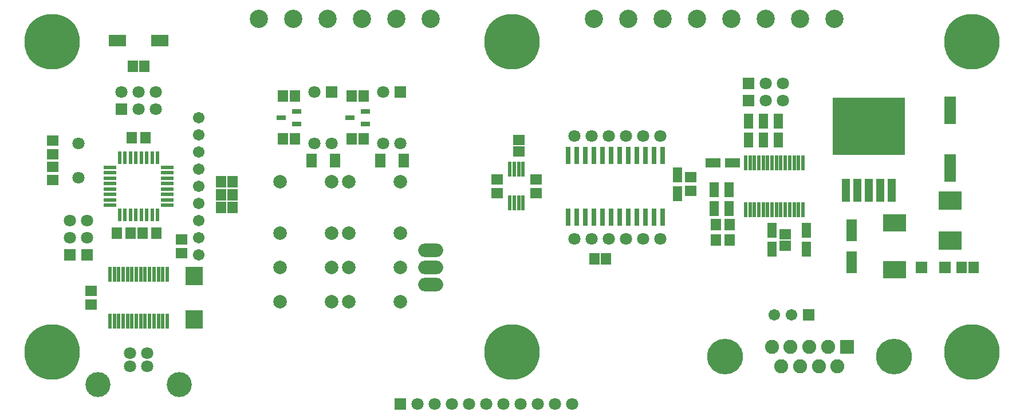
<source format=gts>
G04 Layer_Color=8388736*
%FSLAX44Y44*%
%MOMM*%
G71*
G01*
G75*
%ADD69R,3.5032X2.6032*%
%ADD70R,1.6256X2.0066*%
%ADD71R,3.4531X2.7033*%
%ADD72R,1.4224X2.2098*%
%ADD73R,2.2098X1.4224*%
%ADD74R,2.5146X1.8034*%
%ADD75R,10.6532X8.5032*%
%ADD76R,1.2532X3.4032*%
%ADD77R,1.8032X4.1031*%
%ADD78R,1.5240X1.7272*%
%ADD79R,1.7272X1.7272*%
%ADD80R,1.6033X3.2032*%
%ADD81R,1.7272X1.5240*%
%ADD82R,0.5032X2.2032*%
%ADD83R,1.5240X1.8034*%
%ADD84R,1.8034X1.5240*%
%ADD85R,0.8032X2.5032*%
%ADD86R,0.5532X2.2032*%
%ADD87R,1.3532X0.8032*%
%ADD88R,1.8532X0.6032*%
%ADD89R,0.6032X1.8532*%
%ADD90R,2.6162X2.8194*%
%ADD91R,0.5532X2.3032*%
%ADD92C,1.8032*%
%ADD93R,1.8032X1.8032*%
%ADD94C,1.7032*%
%ADD95R,1.7032X1.7032*%
%ADD96R,1.8032X1.8032*%
%ADD97O,3.7032X2.0032*%
%ADD98C,2.7032*%
%ADD99R,2.0828X2.0828*%
%ADD100C,2.0828*%
%ADD101C,5.2832*%
%ADD102C,2.0032*%
%ADD103C,3.7032*%
%ADD104C,1.7272*%
%ADD105C,8.2032*%
D69*
X1295400Y231950D02*
D03*
Y301450D02*
D03*
D70*
X467850Y393700D02*
D03*
X433832D02*
D03*
X535432D02*
D03*
X569450D02*
D03*
D71*
X1377950Y334800D02*
D03*
Y274800D02*
D03*
D72*
X1028700Y322550D02*
D03*
Y350774D02*
D03*
X1050925Y322550D02*
D03*
Y350774D02*
D03*
X1165225Y262001D02*
D03*
Y290225D02*
D03*
X1114425Y262225D02*
D03*
Y290449D02*
D03*
X1101725Y452374D02*
D03*
Y424150D02*
D03*
X1123950Y452150D02*
D03*
Y423926D02*
D03*
X1079500Y452374D02*
D03*
Y424150D02*
D03*
X974725Y372775D02*
D03*
Y344551D02*
D03*
D73*
X1055624Y390525D02*
D03*
X1027400D02*
D03*
D74*
X209550Y571500D02*
D03*
X146300D02*
D03*
D75*
X1257300Y444500D02*
D03*
D76*
X1291300Y350000D02*
D03*
X1274300D02*
D03*
X1257300D02*
D03*
X1240300D02*
D03*
X1223300D02*
D03*
D77*
X1377950Y467949D02*
D03*
Y382951D02*
D03*
D78*
X1411986Y234950D02*
D03*
X1394850D02*
D03*
X851789Y247650D02*
D03*
X868925D02*
D03*
X510286Y488950D02*
D03*
X493150D02*
D03*
X493014Y425450D02*
D03*
X510150D02*
D03*
X408686Y488950D02*
D03*
X391550D02*
D03*
X391414Y425450D02*
D03*
X408550D02*
D03*
X316611Y323850D02*
D03*
X299475D02*
D03*
X316611Y342900D02*
D03*
X299475D02*
D03*
X316611Y361950D02*
D03*
X299475D02*
D03*
X186436Y533400D02*
D03*
X169300D02*
D03*
D79*
X1370050Y234950D02*
D03*
X1335024D02*
D03*
D80*
X1231900Y290700D02*
D03*
Y242700D02*
D03*
D81*
X1133475Y267589D02*
D03*
Y284725D02*
D03*
X739775Y407289D02*
D03*
Y424425D02*
D03*
D82*
X1159850Y390100D02*
D03*
X1153350D02*
D03*
X1146850D02*
D03*
X1140350D02*
D03*
X1133850D02*
D03*
X1127350D02*
D03*
X1120850D02*
D03*
X1114350D02*
D03*
X1107850D02*
D03*
X1101350D02*
D03*
X1094850D02*
D03*
X1088350D02*
D03*
X1081850D02*
D03*
X1075350D02*
D03*
X1159850Y321100D02*
D03*
X1153350D02*
D03*
X1146850D02*
D03*
X1140350D02*
D03*
X1133850D02*
D03*
X1127350D02*
D03*
X1120850D02*
D03*
X1114350D02*
D03*
X1107850D02*
D03*
X1101350D02*
D03*
X1094850D02*
D03*
X1088350D02*
D03*
X1081850D02*
D03*
X1075350D02*
D03*
D83*
X1031240Y298450D02*
D03*
X1051400D02*
D03*
X1051560Y276225D02*
D03*
X1031400D02*
D03*
X187960Y427585D02*
D03*
X167800D02*
D03*
X183515Y285750D02*
D03*
X203675D02*
D03*
X165735D02*
D03*
X145575D02*
D03*
D84*
X993775Y348615D02*
D03*
Y368775D02*
D03*
X765175Y345440D02*
D03*
Y365600D02*
D03*
X708025Y345440D02*
D03*
Y365600D02*
D03*
X50800Y422910D02*
D03*
Y402750D02*
D03*
Y364490D02*
D03*
Y384650D02*
D03*
X241300Y276860D02*
D03*
Y256700D02*
D03*
X107950Y180340D02*
D03*
Y200500D02*
D03*
D85*
X952500Y401100D02*
D03*
X939800D02*
D03*
X927100D02*
D03*
X914400D02*
D03*
X901700D02*
D03*
X889000D02*
D03*
X876300D02*
D03*
X863600D02*
D03*
X850900D02*
D03*
X838200D02*
D03*
X825500D02*
D03*
X812800D02*
D03*
X952500Y310100D02*
D03*
X939800D02*
D03*
X927100D02*
D03*
X914400D02*
D03*
X901700D02*
D03*
X889000D02*
D03*
X876300D02*
D03*
X863600D02*
D03*
X850900D02*
D03*
X838200D02*
D03*
X825500D02*
D03*
X812800D02*
D03*
D86*
X746350Y330600D02*
D03*
X739850D02*
D03*
X733350D02*
D03*
X726850D02*
D03*
Y380600D02*
D03*
X733350D02*
D03*
X739850D02*
D03*
X746350D02*
D03*
D87*
X512900Y447700D02*
D03*
Y466700D02*
D03*
X490400Y457200D02*
D03*
X411300Y447700D02*
D03*
Y466700D02*
D03*
X388800Y457200D02*
D03*
D88*
X219800Y383600D02*
D03*
Y375600D02*
D03*
Y367600D02*
D03*
Y359600D02*
D03*
Y351600D02*
D03*
Y343600D02*
D03*
Y335600D02*
D03*
Y327600D02*
D03*
X135800D02*
D03*
Y335600D02*
D03*
Y343600D02*
D03*
Y351600D02*
D03*
Y359600D02*
D03*
Y367600D02*
D03*
Y375600D02*
D03*
Y383600D02*
D03*
D89*
X205800Y313600D02*
D03*
X197800D02*
D03*
X189800D02*
D03*
X181800D02*
D03*
X173800D02*
D03*
X165800D02*
D03*
X157800D02*
D03*
X149800D02*
D03*
Y397600D02*
D03*
X157800D02*
D03*
X165800D02*
D03*
X173800D02*
D03*
X181800D02*
D03*
X189800D02*
D03*
X197800D02*
D03*
X205800D02*
D03*
D90*
X260350Y222504D02*
D03*
Y158500D02*
D03*
D91*
X135550Y156000D02*
D03*
X142050D02*
D03*
X148550D02*
D03*
X155050D02*
D03*
X161550D02*
D03*
X168050D02*
D03*
X174550D02*
D03*
X181050D02*
D03*
X187550D02*
D03*
X194050D02*
D03*
X200550D02*
D03*
X207050D02*
D03*
X213550D02*
D03*
X220050D02*
D03*
X135550Y225000D02*
D03*
X142050D02*
D03*
X148550D02*
D03*
X155050D02*
D03*
X161550D02*
D03*
X168050D02*
D03*
X174550D02*
D03*
X181050D02*
D03*
X187550D02*
D03*
X194050D02*
D03*
X200550D02*
D03*
X207050D02*
D03*
X213550D02*
D03*
X220050D02*
D03*
D92*
X203200Y495300D02*
D03*
Y469900D02*
D03*
X177800Y495300D02*
D03*
Y469900D02*
D03*
X152400Y495300D02*
D03*
X1130300Y508000D02*
D03*
X1104900D02*
D03*
Y482600D02*
D03*
X1130300D02*
D03*
X101600Y279400D02*
D03*
Y304800D02*
D03*
X76200D02*
D03*
Y279400D02*
D03*
X819000Y33100D02*
D03*
X793600D02*
D03*
X768200D02*
D03*
X742800D02*
D03*
X717400D02*
D03*
X692000D02*
D03*
X666600D02*
D03*
X641200D02*
D03*
X615800D02*
D03*
X590400D02*
D03*
X539750Y495300D02*
D03*
X565150Y419100D02*
D03*
X539750D02*
D03*
X438150Y495300D02*
D03*
X463550Y419100D02*
D03*
X438150D02*
D03*
X88900D02*
D03*
Y368300D02*
D03*
X822250Y277575D02*
D03*
X847650Y429975D02*
D03*
X822250D02*
D03*
X873050D02*
D03*
X898450D02*
D03*
X923850D02*
D03*
X949250D02*
D03*
X847650Y277575D02*
D03*
X873050D02*
D03*
X898450D02*
D03*
X923850D02*
D03*
X949250D02*
D03*
X190300Y88900D02*
D03*
X165100D02*
D03*
Y108712D02*
D03*
X190300D02*
D03*
D93*
X152400Y469900D02*
D03*
X1079500Y508000D02*
D03*
Y482600D02*
D03*
X565000Y33100D02*
D03*
D94*
X1117600Y165100D02*
D03*
X1143000D02*
D03*
X266700Y457200D02*
D03*
Y431800D02*
D03*
Y406400D02*
D03*
Y381000D02*
D03*
Y355600D02*
D03*
Y330200D02*
D03*
Y304800D02*
D03*
Y279400D02*
D03*
Y254000D02*
D03*
D95*
X1168400Y165100D02*
D03*
D96*
X101600Y254000D02*
D03*
X76200D02*
D03*
X565150Y495300D02*
D03*
X463550D02*
D03*
D97*
X609600Y209550D02*
D03*
Y234950D02*
D03*
Y260350D02*
D03*
D98*
X901700Y603250D02*
D03*
X850900D02*
D03*
X1003300D02*
D03*
X952500D02*
D03*
X1104900D02*
D03*
X1054100D02*
D03*
X1206500D02*
D03*
X1155700D02*
D03*
X609600D02*
D03*
X558800D02*
D03*
X508000D02*
D03*
X457200D02*
D03*
X406400D02*
D03*
X355600D02*
D03*
D99*
X1225070Y117324D02*
D03*
D100*
X1197370D02*
D03*
X1169670D02*
D03*
X1141730D02*
D03*
X1114044D02*
D03*
X1211170Y88900D02*
D03*
X1183470D02*
D03*
X1155700D02*
D03*
X1128014D02*
D03*
D101*
X1294670Y103124D02*
D03*
X1044448D02*
D03*
D102*
X565150Y361950D02*
D03*
Y285750D02*
D03*
Y234950D02*
D03*
Y184150D02*
D03*
X488950D02*
D03*
Y234950D02*
D03*
Y285750D02*
D03*
Y361950D02*
D03*
X463550D02*
D03*
Y285750D02*
D03*
Y234950D02*
D03*
Y184150D02*
D03*
X387350D02*
D03*
Y234950D02*
D03*
Y285750D02*
D03*
Y361950D02*
D03*
D103*
X117602Y61722D02*
D03*
X237998D02*
D03*
D104*
X1295400Y419100D02*
D03*
X1270000D02*
D03*
X1244600D02*
D03*
X1219200D02*
D03*
X1295400Y444500D02*
D03*
X1270000D02*
D03*
X1244600D02*
D03*
X1219200D02*
D03*
X1295400Y469900D02*
D03*
X1270000D02*
D03*
X1244600D02*
D03*
X1219200D02*
D03*
D105*
X50000Y110000D02*
D03*
Y570000D02*
D03*
X730000Y110000D02*
D03*
Y570000D02*
D03*
X1410000Y110000D02*
D03*
Y570000D02*
D03*
M02*

</source>
